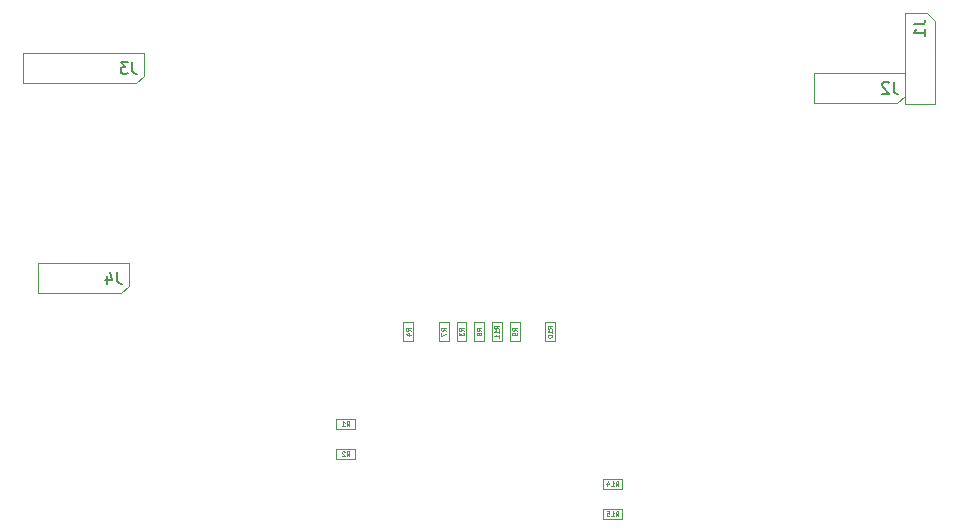
<source format=gbr>
%TF.GenerationSoftware,KiCad,Pcbnew,7.0.2-6a45011f42~172~ubuntu22.04.1*%
%TF.CreationDate,2023-05-30T13:32:28+12:00*%
%TF.ProjectId,THE_BRAWN-20A_POWER_FIXTURE,5448455f-4252-4415-974e-2d3230415f50,v1.0*%
%TF.SameCoordinates,Original*%
%TF.FileFunction,AssemblyDrawing,Bot*%
%FSLAX46Y46*%
G04 Gerber Fmt 4.6, Leading zero omitted, Abs format (unit mm)*
G04 Created by KiCad (PCBNEW 7.0.2-6a45011f42~172~ubuntu22.04.1) date 2023-05-30 13:32:28*
%MOMM*%
%LPD*%
G01*
G04 APERTURE LIST*
%ADD10C,0.060000*%
%ADD11C,0.150000*%
%ADD12C,0.100000*%
G04 APERTURE END LIST*
D10*
%TO.C,R8*%
X220185047Y-128333333D02*
X219994571Y-128200000D01*
X220185047Y-128104762D02*
X219785047Y-128104762D01*
X219785047Y-128104762D02*
X219785047Y-128257143D01*
X219785047Y-128257143D02*
X219804095Y-128295238D01*
X219804095Y-128295238D02*
X219823142Y-128314285D01*
X219823142Y-128314285D02*
X219861238Y-128333333D01*
X219861238Y-128333333D02*
X219918380Y-128333333D01*
X219918380Y-128333333D02*
X219956476Y-128314285D01*
X219956476Y-128314285D02*
X219975523Y-128295238D01*
X219975523Y-128295238D02*
X219994571Y-128257143D01*
X219994571Y-128257143D02*
X219994571Y-128104762D01*
X219956476Y-128561904D02*
X219937428Y-128523809D01*
X219937428Y-128523809D02*
X219918380Y-128504762D01*
X219918380Y-128504762D02*
X219880285Y-128485714D01*
X219880285Y-128485714D02*
X219861238Y-128485714D01*
X219861238Y-128485714D02*
X219823142Y-128504762D01*
X219823142Y-128504762D02*
X219804095Y-128523809D01*
X219804095Y-128523809D02*
X219785047Y-128561904D01*
X219785047Y-128561904D02*
X219785047Y-128638095D01*
X219785047Y-128638095D02*
X219804095Y-128676190D01*
X219804095Y-128676190D02*
X219823142Y-128695238D01*
X219823142Y-128695238D02*
X219861238Y-128714285D01*
X219861238Y-128714285D02*
X219880285Y-128714285D01*
X219880285Y-128714285D02*
X219918380Y-128695238D01*
X219918380Y-128695238D02*
X219937428Y-128676190D01*
X219937428Y-128676190D02*
X219956476Y-128638095D01*
X219956476Y-128638095D02*
X219956476Y-128561904D01*
X219956476Y-128561904D02*
X219975523Y-128523809D01*
X219975523Y-128523809D02*
X219994571Y-128504762D01*
X219994571Y-128504762D02*
X220032666Y-128485714D01*
X220032666Y-128485714D02*
X220108857Y-128485714D01*
X220108857Y-128485714D02*
X220146952Y-128504762D01*
X220146952Y-128504762D02*
X220166000Y-128523809D01*
X220166000Y-128523809D02*
X220185047Y-128561904D01*
X220185047Y-128561904D02*
X220185047Y-128638095D01*
X220185047Y-128638095D02*
X220166000Y-128676190D01*
X220166000Y-128676190D02*
X220146952Y-128695238D01*
X220146952Y-128695238D02*
X220108857Y-128714285D01*
X220108857Y-128714285D02*
X220032666Y-128714285D01*
X220032666Y-128714285D02*
X219994571Y-128695238D01*
X219994571Y-128695238D02*
X219975523Y-128676190D01*
X219975523Y-128676190D02*
X219956476Y-128638095D01*
%TO.C,R3*%
X218685047Y-128333333D02*
X218494571Y-128200000D01*
X218685047Y-128104762D02*
X218285047Y-128104762D01*
X218285047Y-128104762D02*
X218285047Y-128257143D01*
X218285047Y-128257143D02*
X218304095Y-128295238D01*
X218304095Y-128295238D02*
X218323142Y-128314285D01*
X218323142Y-128314285D02*
X218361238Y-128333333D01*
X218361238Y-128333333D02*
X218418380Y-128333333D01*
X218418380Y-128333333D02*
X218456476Y-128314285D01*
X218456476Y-128314285D02*
X218475523Y-128295238D01*
X218475523Y-128295238D02*
X218494571Y-128257143D01*
X218494571Y-128257143D02*
X218494571Y-128104762D01*
X218285047Y-128466666D02*
X218285047Y-128714285D01*
X218285047Y-128714285D02*
X218437428Y-128580952D01*
X218437428Y-128580952D02*
X218437428Y-128638095D01*
X218437428Y-128638095D02*
X218456476Y-128676190D01*
X218456476Y-128676190D02*
X218475523Y-128695238D01*
X218475523Y-128695238D02*
X218513619Y-128714285D01*
X218513619Y-128714285D02*
X218608857Y-128714285D01*
X218608857Y-128714285D02*
X218646952Y-128695238D01*
X218646952Y-128695238D02*
X218666000Y-128676190D01*
X218666000Y-128676190D02*
X218685047Y-128638095D01*
X218685047Y-128638095D02*
X218685047Y-128523809D01*
X218685047Y-128523809D02*
X218666000Y-128485714D01*
X218666000Y-128485714D02*
X218646952Y-128466666D01*
D11*
%TO.C,J3*%
X190643333Y-105572619D02*
X190643333Y-106286904D01*
X190643333Y-106286904D02*
X190690952Y-106429761D01*
X190690952Y-106429761D02*
X190786190Y-106525000D01*
X190786190Y-106525000D02*
X190929047Y-106572619D01*
X190929047Y-106572619D02*
X191024285Y-106572619D01*
X190262380Y-105572619D02*
X189643333Y-105572619D01*
X189643333Y-105572619D02*
X189976666Y-105953571D01*
X189976666Y-105953571D02*
X189833809Y-105953571D01*
X189833809Y-105953571D02*
X189738571Y-106001190D01*
X189738571Y-106001190D02*
X189690952Y-106048809D01*
X189690952Y-106048809D02*
X189643333Y-106144047D01*
X189643333Y-106144047D02*
X189643333Y-106382142D01*
X189643333Y-106382142D02*
X189690952Y-106477380D01*
X189690952Y-106477380D02*
X189738571Y-106525000D01*
X189738571Y-106525000D02*
X189833809Y-106572619D01*
X189833809Y-106572619D02*
X190119523Y-106572619D01*
X190119523Y-106572619D02*
X190214761Y-106525000D01*
X190214761Y-106525000D02*
X190262380Y-106477380D01*
D10*
%TO.C,R14*%
X231557142Y-141465047D02*
X231690475Y-141274571D01*
X231785713Y-141465047D02*
X231785713Y-141065047D01*
X231785713Y-141065047D02*
X231633332Y-141065047D01*
X231633332Y-141065047D02*
X231595237Y-141084095D01*
X231595237Y-141084095D02*
X231576190Y-141103142D01*
X231576190Y-141103142D02*
X231557142Y-141141238D01*
X231557142Y-141141238D02*
X231557142Y-141198380D01*
X231557142Y-141198380D02*
X231576190Y-141236476D01*
X231576190Y-141236476D02*
X231595237Y-141255523D01*
X231595237Y-141255523D02*
X231633332Y-141274571D01*
X231633332Y-141274571D02*
X231785713Y-141274571D01*
X231176190Y-141465047D02*
X231404761Y-141465047D01*
X231290475Y-141465047D02*
X231290475Y-141065047D01*
X231290475Y-141065047D02*
X231328571Y-141122190D01*
X231328571Y-141122190D02*
X231366666Y-141160285D01*
X231366666Y-141160285D02*
X231404761Y-141179333D01*
X230833333Y-141198380D02*
X230833333Y-141465047D01*
X230928571Y-141046000D02*
X231023809Y-141331714D01*
X231023809Y-141331714D02*
X230776190Y-141331714D01*
%TO.C,R1*%
X208766666Y-136385047D02*
X208899999Y-136194571D01*
X208995237Y-136385047D02*
X208995237Y-135985047D01*
X208995237Y-135985047D02*
X208842856Y-135985047D01*
X208842856Y-135985047D02*
X208804761Y-136004095D01*
X208804761Y-136004095D02*
X208785714Y-136023142D01*
X208785714Y-136023142D02*
X208766666Y-136061238D01*
X208766666Y-136061238D02*
X208766666Y-136118380D01*
X208766666Y-136118380D02*
X208785714Y-136156476D01*
X208785714Y-136156476D02*
X208804761Y-136175523D01*
X208804761Y-136175523D02*
X208842856Y-136194571D01*
X208842856Y-136194571D02*
X208995237Y-136194571D01*
X208385714Y-136385047D02*
X208614285Y-136385047D01*
X208499999Y-136385047D02*
X208499999Y-135985047D01*
X208499999Y-135985047D02*
X208538095Y-136042190D01*
X208538095Y-136042190D02*
X208576190Y-136080285D01*
X208576190Y-136080285D02*
X208614285Y-136099333D01*
%TO.C,R10*%
X226185047Y-128142857D02*
X225994571Y-128009524D01*
X226185047Y-127914286D02*
X225785047Y-127914286D01*
X225785047Y-127914286D02*
X225785047Y-128066667D01*
X225785047Y-128066667D02*
X225804095Y-128104762D01*
X225804095Y-128104762D02*
X225823142Y-128123809D01*
X225823142Y-128123809D02*
X225861238Y-128142857D01*
X225861238Y-128142857D02*
X225918380Y-128142857D01*
X225918380Y-128142857D02*
X225956476Y-128123809D01*
X225956476Y-128123809D02*
X225975523Y-128104762D01*
X225975523Y-128104762D02*
X225994571Y-128066667D01*
X225994571Y-128066667D02*
X225994571Y-127914286D01*
X226185047Y-128523809D02*
X226185047Y-128295238D01*
X226185047Y-128409524D02*
X225785047Y-128409524D01*
X225785047Y-128409524D02*
X225842190Y-128371428D01*
X225842190Y-128371428D02*
X225880285Y-128333333D01*
X225880285Y-128333333D02*
X225899333Y-128295238D01*
X225785047Y-128771428D02*
X225785047Y-128809523D01*
X225785047Y-128809523D02*
X225804095Y-128847619D01*
X225804095Y-128847619D02*
X225823142Y-128866666D01*
X225823142Y-128866666D02*
X225861238Y-128885714D01*
X225861238Y-128885714D02*
X225937428Y-128904761D01*
X225937428Y-128904761D02*
X226032666Y-128904761D01*
X226032666Y-128904761D02*
X226108857Y-128885714D01*
X226108857Y-128885714D02*
X226146952Y-128866666D01*
X226146952Y-128866666D02*
X226166000Y-128847619D01*
X226166000Y-128847619D02*
X226185047Y-128809523D01*
X226185047Y-128809523D02*
X226185047Y-128771428D01*
X226185047Y-128771428D02*
X226166000Y-128733333D01*
X226166000Y-128733333D02*
X226146952Y-128714285D01*
X226146952Y-128714285D02*
X226108857Y-128695238D01*
X226108857Y-128695238D02*
X226032666Y-128676190D01*
X226032666Y-128676190D02*
X225937428Y-128676190D01*
X225937428Y-128676190D02*
X225861238Y-128695238D01*
X225861238Y-128695238D02*
X225823142Y-128714285D01*
X225823142Y-128714285D02*
X225804095Y-128733333D01*
X225804095Y-128733333D02*
X225785047Y-128771428D01*
D11*
%TO.C,J2*%
X255103333Y-107232119D02*
X255103333Y-107946404D01*
X255103333Y-107946404D02*
X255150952Y-108089261D01*
X255150952Y-108089261D02*
X255246190Y-108184500D01*
X255246190Y-108184500D02*
X255389047Y-108232119D01*
X255389047Y-108232119D02*
X255484285Y-108232119D01*
X254674761Y-107327357D02*
X254627142Y-107279738D01*
X254627142Y-107279738D02*
X254531904Y-107232119D01*
X254531904Y-107232119D02*
X254293809Y-107232119D01*
X254293809Y-107232119D02*
X254198571Y-107279738D01*
X254198571Y-107279738D02*
X254150952Y-107327357D01*
X254150952Y-107327357D02*
X254103333Y-107422595D01*
X254103333Y-107422595D02*
X254103333Y-107517833D01*
X254103333Y-107517833D02*
X254150952Y-107660690D01*
X254150952Y-107660690D02*
X254722380Y-108232119D01*
X254722380Y-108232119D02*
X254103333Y-108232119D01*
D10*
%TO.C,R11*%
X221685047Y-128142857D02*
X221494571Y-128009524D01*
X221685047Y-127914286D02*
X221285047Y-127914286D01*
X221285047Y-127914286D02*
X221285047Y-128066667D01*
X221285047Y-128066667D02*
X221304095Y-128104762D01*
X221304095Y-128104762D02*
X221323142Y-128123809D01*
X221323142Y-128123809D02*
X221361238Y-128142857D01*
X221361238Y-128142857D02*
X221418380Y-128142857D01*
X221418380Y-128142857D02*
X221456476Y-128123809D01*
X221456476Y-128123809D02*
X221475523Y-128104762D01*
X221475523Y-128104762D02*
X221494571Y-128066667D01*
X221494571Y-128066667D02*
X221494571Y-127914286D01*
X221685047Y-128523809D02*
X221685047Y-128295238D01*
X221685047Y-128409524D02*
X221285047Y-128409524D01*
X221285047Y-128409524D02*
X221342190Y-128371428D01*
X221342190Y-128371428D02*
X221380285Y-128333333D01*
X221380285Y-128333333D02*
X221399333Y-128295238D01*
X221685047Y-128904761D02*
X221685047Y-128676190D01*
X221685047Y-128790476D02*
X221285047Y-128790476D01*
X221285047Y-128790476D02*
X221342190Y-128752380D01*
X221342190Y-128752380D02*
X221380285Y-128714285D01*
X221380285Y-128714285D02*
X221399333Y-128676190D01*
%TO.C,R4*%
X214185047Y-128333333D02*
X213994571Y-128200000D01*
X214185047Y-128104762D02*
X213785047Y-128104762D01*
X213785047Y-128104762D02*
X213785047Y-128257143D01*
X213785047Y-128257143D02*
X213804095Y-128295238D01*
X213804095Y-128295238D02*
X213823142Y-128314285D01*
X213823142Y-128314285D02*
X213861238Y-128333333D01*
X213861238Y-128333333D02*
X213918380Y-128333333D01*
X213918380Y-128333333D02*
X213956476Y-128314285D01*
X213956476Y-128314285D02*
X213975523Y-128295238D01*
X213975523Y-128295238D02*
X213994571Y-128257143D01*
X213994571Y-128257143D02*
X213994571Y-128104762D01*
X213918380Y-128676190D02*
X214185047Y-128676190D01*
X213766000Y-128580952D02*
X214051714Y-128485714D01*
X214051714Y-128485714D02*
X214051714Y-128733333D01*
%TO.C,R15*%
X231557142Y-144005047D02*
X231690475Y-143814571D01*
X231785713Y-144005047D02*
X231785713Y-143605047D01*
X231785713Y-143605047D02*
X231633332Y-143605047D01*
X231633332Y-143605047D02*
X231595237Y-143624095D01*
X231595237Y-143624095D02*
X231576190Y-143643142D01*
X231576190Y-143643142D02*
X231557142Y-143681238D01*
X231557142Y-143681238D02*
X231557142Y-143738380D01*
X231557142Y-143738380D02*
X231576190Y-143776476D01*
X231576190Y-143776476D02*
X231595237Y-143795523D01*
X231595237Y-143795523D02*
X231633332Y-143814571D01*
X231633332Y-143814571D02*
X231785713Y-143814571D01*
X231176190Y-144005047D02*
X231404761Y-144005047D01*
X231290475Y-144005047D02*
X231290475Y-143605047D01*
X231290475Y-143605047D02*
X231328571Y-143662190D01*
X231328571Y-143662190D02*
X231366666Y-143700285D01*
X231366666Y-143700285D02*
X231404761Y-143719333D01*
X230814285Y-143605047D02*
X231004761Y-143605047D01*
X231004761Y-143605047D02*
X231023809Y-143795523D01*
X231023809Y-143795523D02*
X231004761Y-143776476D01*
X231004761Y-143776476D02*
X230966666Y-143757428D01*
X230966666Y-143757428D02*
X230871428Y-143757428D01*
X230871428Y-143757428D02*
X230833333Y-143776476D01*
X230833333Y-143776476D02*
X230814285Y-143795523D01*
X230814285Y-143795523D02*
X230795238Y-143833619D01*
X230795238Y-143833619D02*
X230795238Y-143928857D01*
X230795238Y-143928857D02*
X230814285Y-143966952D01*
X230814285Y-143966952D02*
X230833333Y-143986000D01*
X230833333Y-143986000D02*
X230871428Y-144005047D01*
X230871428Y-144005047D02*
X230966666Y-144005047D01*
X230966666Y-144005047D02*
X231004761Y-143986000D01*
X231004761Y-143986000D02*
X231023809Y-143966952D01*
%TO.C,R7*%
X217185047Y-128333333D02*
X216994571Y-128200000D01*
X217185047Y-128104762D02*
X216785047Y-128104762D01*
X216785047Y-128104762D02*
X216785047Y-128257143D01*
X216785047Y-128257143D02*
X216804095Y-128295238D01*
X216804095Y-128295238D02*
X216823142Y-128314285D01*
X216823142Y-128314285D02*
X216861238Y-128333333D01*
X216861238Y-128333333D02*
X216918380Y-128333333D01*
X216918380Y-128333333D02*
X216956476Y-128314285D01*
X216956476Y-128314285D02*
X216975523Y-128295238D01*
X216975523Y-128295238D02*
X216994571Y-128257143D01*
X216994571Y-128257143D02*
X216994571Y-128104762D01*
X216785047Y-128466666D02*
X216785047Y-128733333D01*
X216785047Y-128733333D02*
X217185047Y-128561904D01*
D11*
%TO.C,J1*%
X256772619Y-102356166D02*
X257486904Y-102356166D01*
X257486904Y-102356166D02*
X257629761Y-102308547D01*
X257629761Y-102308547D02*
X257725000Y-102213309D01*
X257725000Y-102213309D02*
X257772619Y-102070452D01*
X257772619Y-102070452D02*
X257772619Y-101975214D01*
X257772619Y-103356166D02*
X257772619Y-102784738D01*
X257772619Y-103070452D02*
X256772619Y-103070452D01*
X256772619Y-103070452D02*
X256915476Y-102975214D01*
X256915476Y-102975214D02*
X257010714Y-102879976D01*
X257010714Y-102879976D02*
X257058333Y-102784738D01*
D10*
%TO.C,R9*%
X223185047Y-128333333D02*
X222994571Y-128200000D01*
X223185047Y-128104762D02*
X222785047Y-128104762D01*
X222785047Y-128104762D02*
X222785047Y-128257143D01*
X222785047Y-128257143D02*
X222804095Y-128295238D01*
X222804095Y-128295238D02*
X222823142Y-128314285D01*
X222823142Y-128314285D02*
X222861238Y-128333333D01*
X222861238Y-128333333D02*
X222918380Y-128333333D01*
X222918380Y-128333333D02*
X222956476Y-128314285D01*
X222956476Y-128314285D02*
X222975523Y-128295238D01*
X222975523Y-128295238D02*
X222994571Y-128257143D01*
X222994571Y-128257143D02*
X222994571Y-128104762D01*
X223185047Y-128523809D02*
X223185047Y-128600000D01*
X223185047Y-128600000D02*
X223166000Y-128638095D01*
X223166000Y-128638095D02*
X223146952Y-128657143D01*
X223146952Y-128657143D02*
X223089809Y-128695238D01*
X223089809Y-128695238D02*
X223013619Y-128714285D01*
X223013619Y-128714285D02*
X222861238Y-128714285D01*
X222861238Y-128714285D02*
X222823142Y-128695238D01*
X222823142Y-128695238D02*
X222804095Y-128676190D01*
X222804095Y-128676190D02*
X222785047Y-128638095D01*
X222785047Y-128638095D02*
X222785047Y-128561904D01*
X222785047Y-128561904D02*
X222804095Y-128523809D01*
X222804095Y-128523809D02*
X222823142Y-128504762D01*
X222823142Y-128504762D02*
X222861238Y-128485714D01*
X222861238Y-128485714D02*
X222956476Y-128485714D01*
X222956476Y-128485714D02*
X222994571Y-128504762D01*
X222994571Y-128504762D02*
X223013619Y-128523809D01*
X223013619Y-128523809D02*
X223032666Y-128561904D01*
X223032666Y-128561904D02*
X223032666Y-128638095D01*
X223032666Y-128638095D02*
X223013619Y-128676190D01*
X223013619Y-128676190D02*
X222994571Y-128695238D01*
X222994571Y-128695238D02*
X222956476Y-128714285D01*
%TO.C,R2*%
X208766666Y-138925047D02*
X208899999Y-138734571D01*
X208995237Y-138925047D02*
X208995237Y-138525047D01*
X208995237Y-138525047D02*
X208842856Y-138525047D01*
X208842856Y-138525047D02*
X208804761Y-138544095D01*
X208804761Y-138544095D02*
X208785714Y-138563142D01*
X208785714Y-138563142D02*
X208766666Y-138601238D01*
X208766666Y-138601238D02*
X208766666Y-138658380D01*
X208766666Y-138658380D02*
X208785714Y-138696476D01*
X208785714Y-138696476D02*
X208804761Y-138715523D01*
X208804761Y-138715523D02*
X208842856Y-138734571D01*
X208842856Y-138734571D02*
X208995237Y-138734571D01*
X208614285Y-138563142D02*
X208595237Y-138544095D01*
X208595237Y-138544095D02*
X208557142Y-138525047D01*
X208557142Y-138525047D02*
X208461904Y-138525047D01*
X208461904Y-138525047D02*
X208423809Y-138544095D01*
X208423809Y-138544095D02*
X208404761Y-138563142D01*
X208404761Y-138563142D02*
X208385714Y-138601238D01*
X208385714Y-138601238D02*
X208385714Y-138639333D01*
X208385714Y-138639333D02*
X208404761Y-138696476D01*
X208404761Y-138696476D02*
X208633333Y-138925047D01*
X208633333Y-138925047D02*
X208385714Y-138925047D01*
D11*
%TO.C,J4*%
X189373333Y-123352619D02*
X189373333Y-124066904D01*
X189373333Y-124066904D02*
X189420952Y-124209761D01*
X189420952Y-124209761D02*
X189516190Y-124305000D01*
X189516190Y-124305000D02*
X189659047Y-124352619D01*
X189659047Y-124352619D02*
X189754285Y-124352619D01*
X188468571Y-123685952D02*
X188468571Y-124352619D01*
X188706666Y-123305000D02*
X188944761Y-124019285D01*
X188944761Y-124019285D02*
X188325714Y-124019285D01*
D12*
%TO.C,R8*%
X220412500Y-127600000D02*
X219587500Y-127600000D01*
X219587500Y-127600000D02*
X219587500Y-129200000D01*
X220412500Y-129200000D02*
X220412500Y-127600000D01*
X219587500Y-129200000D02*
X220412500Y-129200000D01*
%TO.C,R3*%
X218912500Y-127600000D02*
X218087500Y-127600000D01*
X218087500Y-127600000D02*
X218087500Y-129200000D01*
X218912500Y-129200000D02*
X218912500Y-127600000D01*
X218087500Y-129200000D02*
X218912500Y-129200000D01*
%TO.C,J3*%
X181410000Y-107380000D02*
X190945000Y-107380000D01*
X190945000Y-107380000D02*
X191580000Y-106745000D01*
X191580000Y-106745000D02*
X191580000Y-104840000D01*
X181410000Y-104840000D02*
X181410000Y-107380000D01*
X191580000Y-104840000D02*
X181410000Y-104840000D01*
%TO.C,R14*%
X230500000Y-140867500D02*
X230500000Y-141692500D01*
X230500000Y-141692500D02*
X232100000Y-141692500D01*
X232100000Y-140867500D02*
X230500000Y-140867500D01*
X232100000Y-141692500D02*
X232100000Y-140867500D01*
%TO.C,R1*%
X207900000Y-135787500D02*
X207900000Y-136612500D01*
X207900000Y-136612500D02*
X209500000Y-136612500D01*
X209500000Y-135787500D02*
X207900000Y-135787500D01*
X209500000Y-136612500D02*
X209500000Y-135787500D01*
%TO.C,R10*%
X225587500Y-129200000D02*
X226412500Y-129200000D01*
X226412500Y-129200000D02*
X226412500Y-127600000D01*
X225587500Y-127600000D02*
X225587500Y-129200000D01*
X226412500Y-127600000D02*
X225587500Y-127600000D01*
%TO.C,J2*%
X248370000Y-109039500D02*
X255405000Y-109039500D01*
X255405000Y-109039500D02*
X256040000Y-108404500D01*
X256040000Y-108404500D02*
X256040000Y-106499500D01*
X248370000Y-106499500D02*
X248370000Y-109039500D01*
X256040000Y-106499500D02*
X248370000Y-106499500D01*
%TO.C,R11*%
X221912500Y-127600000D02*
X221087500Y-127600000D01*
X221087500Y-127600000D02*
X221087500Y-129200000D01*
X221912500Y-129200000D02*
X221912500Y-127600000D01*
X221087500Y-129200000D02*
X221912500Y-129200000D01*
%TO.C,R4*%
X213587500Y-129200000D02*
X214412500Y-129200000D01*
X214412500Y-129200000D02*
X214412500Y-127600000D01*
X213587500Y-127600000D02*
X213587500Y-129200000D01*
X214412500Y-127600000D02*
X213587500Y-127600000D01*
%TO.C,R15*%
X230500000Y-143407500D02*
X230500000Y-144232500D01*
X230500000Y-144232500D02*
X232100000Y-144232500D01*
X232100000Y-143407500D02*
X230500000Y-143407500D01*
X232100000Y-144232500D02*
X232100000Y-143407500D01*
%TO.C,R7*%
X217412500Y-127600000D02*
X216587500Y-127600000D01*
X216587500Y-127600000D02*
X216587500Y-129200000D01*
X217412500Y-129200000D02*
X217412500Y-127600000D01*
X216587500Y-129200000D02*
X217412500Y-129200000D01*
%TO.C,J1*%
X258580000Y-109089500D02*
X258580000Y-102054500D01*
X258580000Y-102054500D02*
X257945000Y-101419500D01*
X257945000Y-101419500D02*
X256040000Y-101419500D01*
X256040000Y-109089500D02*
X258580000Y-109089500D01*
X256040000Y-101419500D02*
X256040000Y-109089500D01*
%TO.C,R9*%
X223412500Y-127600000D02*
X222587500Y-127600000D01*
X222587500Y-127600000D02*
X222587500Y-129200000D01*
X223412500Y-129200000D02*
X223412500Y-127600000D01*
X222587500Y-129200000D02*
X223412500Y-129200000D01*
%TO.C,R2*%
X207900000Y-138327500D02*
X207900000Y-139152500D01*
X207900000Y-139152500D02*
X209500000Y-139152500D01*
X209500000Y-138327500D02*
X207900000Y-138327500D01*
X209500000Y-139152500D02*
X209500000Y-138327500D01*
%TO.C,J4*%
X182640000Y-125160000D02*
X189675000Y-125160000D01*
X189675000Y-125160000D02*
X190310000Y-124525000D01*
X190310000Y-124525000D02*
X190310000Y-122620000D01*
X182640000Y-122620000D02*
X182640000Y-125160000D01*
X190310000Y-122620000D02*
X182640000Y-122620000D01*
%TD*%
M02*

</source>
